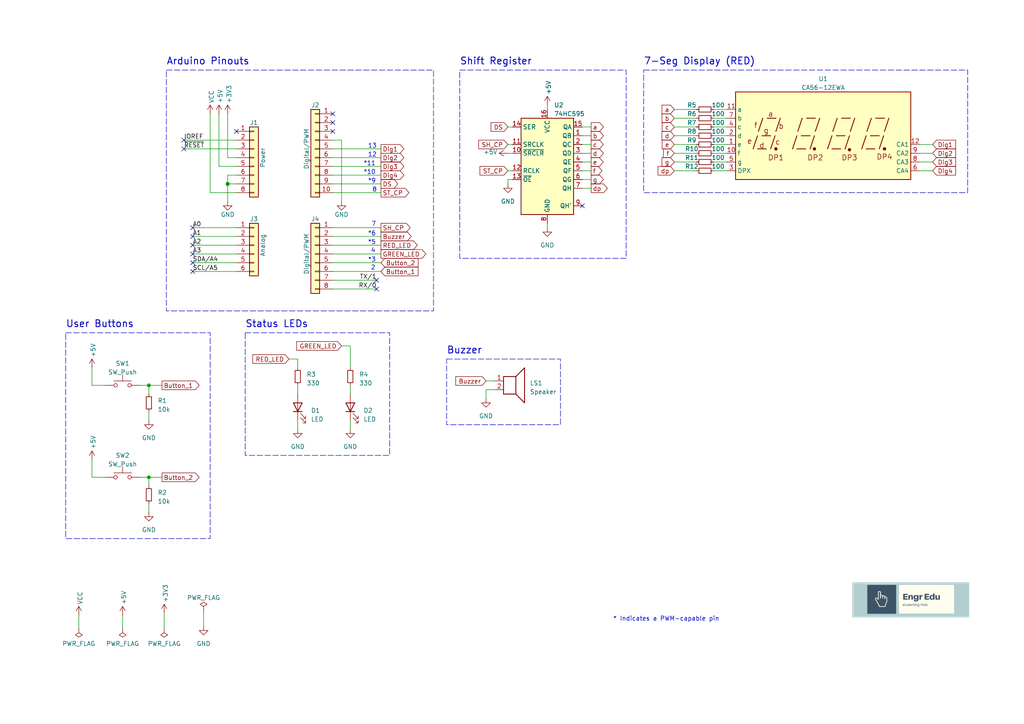
<source format=kicad_sch>
(kicad_sch (version 20230121) (generator eeschema)
  (paper "A4")
  (title_block (title "Arduino Uno Shield") (date "2023-03-22") (rev "1.0"))
  (lib_symbols
    (symbol "74xx:74HC595"
      (property "Reference" "U" (at -7.62 13.97 0))
      (property "Value" "74HC595" (at -7.62 -16.51 0))
      (symbol "74HC595_1_0"
        (pin tri_state line (at 10.16 7.62 180) (length 2.54) (name "QB") (number "1"))
        (pin input line (at -10.16 2.54 0) (length 2.54) (name "~{SRCLR}") (number "10"))
        (pin input line (at -10.16 5.08 0) (length 2.54) (name "SRCLK") (number "11"))
        (pin input line (at -10.16 -2.54 0) (length 2.54) (name "RCLK") (number "12"))
        (pin input line (at -10.16 -5.08 0) (length 2.54) (name "~{OE}") (number "13"))
        (pin input line (at -10.16 10.16 0) (length 2.54) (name "SER") (number "14"))
        (pin tri_state line (at 10.16 10.16 180) (length 2.54) (name "QA") (number "15"))
        (pin power_in line (at 0 15.24 270) (length 2.54) (name "VCC") (number "16"))
        (pin tri_state line (at 10.16 5.08 180) (length 2.54) (name "QC") (number "2"))
        (pin tri_state line (at 10.16 2.54 180) (length 2.54) (name "QD") (number "3"))
        (pin tri_state line (at 10.16 0 180) (length 2.54) (name "QE") (number "4"))
        (pin tri_state line (at 10.16 -2.54 180) (length 2.54) (name "QF") (number "5"))
        (pin tri_state line (at 10.16 -5.08 180) (length 2.54) (name "QG") (number "6"))
        (pin tri_state line (at 10.16 -7.62 180) (length 2.54) (name "QH") (number "7"))
        (pin power_in line (at 0 -17.78 90) (length 2.54) (name "GND") (number "8"))
        (pin output line (at 10.16 -12.7 180) (length 2.54) (name "QH'") (number "9"))
      )
      (symbol "74HC595_1_1"
        (rectangle (start -7.62 12.7) (end 7.62 -15.24) (stroke (width 0.254)) (fill (type background)))
      )
    )
    (symbol "Connector_Generic:Conn_01x06" (pin_names (offset 1.016) hide)
      (property "Reference" "J" (at 0 7.62 0))
      (property "Value" "Conn_01x06" (at 0 -10.16 0))
      (symbol "Conn_01x06_1_1"
        (rectangle (start -1.27 -7.493) (end 0 -7.747) (stroke (width 0.1524)))
        (rectangle (start -1.27 -4.953) (end 0 -5.207) (stroke (width 0.1524)))
        (rectangle (start -1.27 -2.413) (end 0 -2.667) (stroke (width 0.1524)))
        (rectangle (start -1.27 0.127) (end 0 -0.127) (stroke (width 0.1524)))
        (rectangle (start -1.27 2.667) (end 0 2.413) (stroke (width 0.1524)))
        (rectangle (start -1.27 5.207) (end 0 4.953) (stroke (width 0.1524)))
        (rectangle (start -1.27 6.35) (end 1.27 -8.89) (stroke (width 0.254)) (fill (type background)))
        (pin passive line (at -5.08 5.08 0) (length 3.81) (name "Pin_1") (number "1"))
        (pin passive line (at -5.08 2.54 0) (length 3.81) (name "Pin_2") (number "2"))
        (pin passive line (at -5.08 0 0) (length 3.81) (name "Pin_3") (number "3"))
        (pin passive line (at -5.08 -2.54 0) (length 3.81) (name "Pin_4") (number "4"))
        (pin passive line (at -5.08 -5.08 0) (length 3.81) (name "Pin_5") (number "5"))
        (pin passive line (at -5.08 -7.62 0) (length 3.81) (name "Pin_6") (number "6"))
      )
    )
    (symbol "Connector_Generic:Conn_01x08" (pin_names (offset 1.016) hide)
      (property "Reference" "J" (at 0 10.16 0))
      (property "Value" "Conn_01x08" (at 0 -12.7 0))
      (symbol "Conn_01x08_1_1"
        (rectangle (start -1.27 -10.033) (end 0 -10.287) (stroke (width 0.1524)))
        (rectangle (start -1.27 -7.493) (end 0 -7.747) (stroke (width 0.1524)))
        (rectangle (start -1.27 -4.953) (end 0 -5.207) (stroke (width 0.1524)))
        (rectangle (start -1.27 -2.413) (end 0 -2.667) (stroke (width 0.1524)))
        (rectangle (start -1.27 0.127) (end 0 -0.127) (stroke (width 0.1524)))
        (rectangle (start -1.27 2.667) (end 0 2.413) (stroke (width 0.1524)))
        (rectangle (start -1.27 5.207) (end 0 4.953) (stroke (width 0.1524)))
        (rectangle (start -1.27 7.747) (end 0 7.493) (stroke (width 0.1524)))
        (rectangle (start -1.27 8.89) (end 1.27 -11.43) (stroke (width 0.254)) (fill (type background)))
        (pin passive line (at -5.08 7.62 0) (length 3.81) (name "Pin_1") (number "1"))
        (pin passive line (at -5.08 5.08 0) (length 3.81) (name "Pin_2") (number "2"))
        (pin passive line (at -5.08 2.54 0) (length 3.81) (name "Pin_3") (number "3"))
        (pin passive line (at -5.08 0 0) (length 3.81) (name "Pin_4") (number "4"))
        (pin passive line (at -5.08 -2.54 0) (length 3.81) (name "Pin_5") (number "5"))
        (pin passive line (at -5.08 -5.08 0) (length 3.81) (name "Pin_6") (number "6"))
        (pin passive line (at -5.08 -7.62 0) (length 3.81) (name "Pin_7") (number "7"))
        (pin passive line (at -5.08 -10.16 0) (length 3.81) (name "Pin_8") (number "8"))
      )
    )
    (symbol "Connector_Generic:Conn_01x10" (pin_names (offset 1.016) hide)
      (property "Reference" "J" (at 0 12.7 0))
      (property "Value" "Conn_01x10" (at 0 -15.24 0))
      (symbol "Conn_01x10_1_1"
        (rectangle (start -1.27 -12.573) (end 0 -12.827) (stroke (width 0.1524)))
        (rectangle (start -1.27 -10.033) (end 0 -10.287) (stroke (width 0.1524)))
        (rectangle (start -1.27 -7.493) (end 0 -7.747) (stroke (width 0.1524)))
        (rectangle (start -1.27 -4.953) (end 0 -5.207) (stroke (width 0.1524)))
        (rectangle (start -1.27 -2.413) (end 0 -2.667) (stroke (width 0.1524)))
        (rectangle (start -1.27 0.127) (end 0 -0.127) (stroke (width 0.1524)))
        (rectangle (start -1.27 2.667) (end 0 2.413) (stroke (width 0.1524)))
        (rectangle (start -1.27 5.207) (end 0 4.953) (stroke (width 0.1524)))
        (rectangle (start -1.27 7.747) (end 0 7.493) (stroke (width 0.1524)))
        (rectangle (start -1.27 10.287) (end 0 10.033) (stroke (width 0.1524)))
        (rectangle (start -1.27 11.43) (end 1.27 -13.97) (stroke (width 0.254)) (fill (type background)))
        (pin passive line (at -5.08 10.16 0) (length 3.81) (name "Pin_1") (number "1"))
        (pin passive line (at -5.08 -12.7 0) (length 3.81) (name "Pin_10") (number "10"))
        (pin passive line (at -5.08 7.62 0) (length 3.81) (name "Pin_2") (number "2"))
        (pin passive line (at -5.08 5.08 0) (length 3.81) (name "Pin_3") (number "3"))
        (pin passive line (at -5.08 2.54 0) (length 3.81) (name "Pin_4") (number "4"))
        (pin passive line (at -5.08 0 0) (length 3.81) (name "Pin_5") (number "5"))
        (pin passive line (at -5.08 -2.54 0) (length 3.81) (name "Pin_6") (number "6"))
        (pin passive line (at -5.08 -5.08 0) (length 3.81) (name "Pin_7") (number "7"))
        (pin passive line (at -5.08 -7.62 0) (length 3.81) (name "Pin_8") (number "8"))
        (pin passive line (at -5.08 -10.16 0) (length 3.81) (name "Pin_9") (number "9"))
      )
    )
    (symbol "Device:LED" (pin_numbers hide) (pin_names (offset 1.016) hide)
      (property "Reference" "D" (at 0 2.54 0))
      (property "Value" "LED" (at 0 -2.54 0))
      (symbol "LED_0_1"
        (polyline (pts (xy -1.27 -1.27) (xy -1.27 1.27)) (stroke (width 0.254)))
        (polyline (pts (xy -1.27 0) (xy 1.27 0)))
        (polyline (pts (xy 1.27 -1.27) (xy 1.27 1.27) (xy -1.27 0) (xy 1.27 -1.27)) (stroke (width 0.254)))
        (polyline (pts (xy -3.048 -0.762) (xy -4.572 -2.286) (xy -3.81 -2.286) (xy -4.572 -2.286) (xy -4.572 -1.524)))
        (polyline (pts (xy -1.778 -0.762) (xy -3.302 -2.286) (xy -2.54 -2.286) (xy -3.302 -2.286) (xy -3.302 -1.524)))
      )
      (symbol "LED_1_1"
        (pin passive line (at -3.81 0 0) (length 2.54) (name "K") (number "1"))
        (pin passive line (at 3.81 0 180) (length 2.54) (name "A") (number "2"))
      )
    )
    (symbol "Device:R_Small" (pin_numbers hide) (pin_names (offset 0.254) hide)
      (property "Reference" "R" (at 0.762 0.508 0))
      (property "Value" "R_Small" (at 0.762 -1.016 0))
      (symbol "R_Small_0_1"
        (rectangle (start -0.762 1.778) (end 0.762 -1.778) (stroke (width 0.2032)))
      )
      (symbol "R_Small_1_1"
        (pin passive line (at 0 2.54 270) (length 0.762) (name "~") (number "1"))
        (pin passive line (at 0 -2.54 90) (length 0.762) (name "~") (number "2"))
      )
    )
    (symbol "Device:Speaker" (pin_names (offset 0) hide)
      (property "Reference" "LS" (at 1.27 5.715 0))
      (property "Value" "Speaker" (at 1.27 3.81 0))
      (symbol "Speaker_0_0"
        (rectangle (start -2.54 1.27) (end 1.016 -3.81) (stroke (width 0.254)))
        (polyline (pts (xy 1.016 1.27) (xy 3.556 3.81) (xy 3.556 -6.35) (xy 1.016 -3.81)) (stroke (width 0.254)))
      )
      (symbol "Speaker_1_1"
        (pin input line (at -5.08 0 0) (length 2.54) (name "1") (number "1"))
        (pin input line (at -5.08 -2.54 0) (length 2.54) (name "2") (number "2"))
      )
    )
    (symbol "Display_Character:CA56-12EWA"
      (property "Reference" "U" (at -24.13 13.97 0))
      (property "Value" "CA56-12EWA" (at 19.05 13.97 0))
      (symbol "CA56-12EWA_0_0"
        (rectangle (start -25.4 12.7) (end 25.4 -12.7) (stroke (width 0.254)) (fill (type background)))
        (polyline (pts (xy -20.32 -3.81) (xy -19.05 0)) (stroke (width 0.254)))
        (polyline (pts (xy -19.05 -3.81) (xy -16.51 -3.81)) (stroke (width 0.254)))
        (polyline (pts (xy -18.796 1.27) (xy -17.526 5.08)) (stroke (width 0.254)))
        (polyline (pts (xy -17.78 0) (xy -15.24 0)) (stroke (width 0.254)))
        (polyline (pts (xy -16.256 5.08) (xy -13.716 5.08)) (stroke (width 0.254)))
        (polyline (pts (xy -15.24 -3.81) (xy -13.97 0)) (stroke (width 0.254)))
        (polyline (pts (xy -13.716 1.27) (xy -12.446 5.08)) (stroke (width 0.254)))
        (polyline (pts (xy -8.89 -3.81) (xy -7.62 0)) (stroke (width 0.254)))
        (polyline (pts (xy -7.62 -3.81) (xy -5.08 -3.81)) (stroke (width 0.254)))
        (polyline (pts (xy -7.366 1.27) (xy -6.096 5.08)) (stroke (width 0.254)))
        (polyline (pts (xy -6.35 0) (xy -3.81 0)) (stroke (width 0.254)))
        (polyline (pts (xy -4.826 5.08) (xy -2.286 5.08)) (stroke (width 0.254)))
        (polyline (pts (xy -3.81 -3.81) (xy -2.54 0)) (stroke (width 0.254)))
        (polyline (pts (xy -2.286 1.27) (xy -1.016 5.08)) (stroke (width 0.254)))
        (polyline (pts (xy 1.27 -3.81) (xy 2.54 0)) (stroke (width 0.254)))
        (polyline (pts (xy 2.54 -3.81) (xy 5.08 -3.81)) (stroke (width 0.254)))
        (polyline (pts (xy 2.794 1.27) (xy 4.064 5.08)) (stroke (width 0.254)))
        (polyline (pts (xy 3.81 0) (xy 6.35 0)) (stroke (width 0.254)))
        (polyline (pts (xy 5.334 5.08) (xy 7.874 5.08)) (stroke (width 0.254)))
        (polyline (pts (xy 6.35 -3.81) (xy 7.62 0)) (stroke (width 0.254)))
        (polyline (pts (xy 7.874 1.27) (xy 9.144 5.08)) (stroke (width 0.254)))
        (polyline (pts (xy 11.176 -3.81) (xy 12.446 0)) (stroke (width 0.254)))
        (polyline (pts (xy 12.446 -3.81) (xy 14.986 -3.81)) (stroke (width 0.254)))
        (polyline (pts (xy 12.7 1.27) (xy 13.97 5.08)) (stroke (width 0.254)))
        (polyline (pts (xy 13.716 0) (xy 16.256 0)) (stroke (width 0.254)))
        (polyline (pts (xy 15.24 5.08) (xy 17.78 5.08)) (stroke (width 0.254)))
        (polyline (pts (xy 16.256 -3.81) (xy 17.526 0)) (stroke (width 0.254)))
        (polyline (pts (xy 17.78 1.27) (xy 19.05 5.08)) (stroke (width 0.254)))
        (text "a" (at -15.24 6.35 0) (effects (font (size 1.524 1.524))))
        (text "b" (at -12.192 2.794 0) (effects (font (size 1.524 1.524))))
        (text "c" (at -13.208 -1.778 0) (effects (font (size 1.524 1.524))))
        (text "d" (at -17.78 -2.794 0) (effects (font (size 1.524 1.524))))
        (text "DP1" (at -13.716 -6.35 0) (effects (font (size 1.524 1.524))))
        (text "DP2" (at -2.286 -6.35 0) (effects (font (size 1.524 1.524))))
        (text "DP3" (at 7.62 -6.35 0) (effects (font (size 1.524 1.524))))
        (text "DP4" (at 17.78 -6.096 0) (effects (font (size 1.524 1.524))))
        (text "e" (at -21.336 -1.524 0) (effects (font (size 1.524 1.524))))
        (text "f" (at -19.558 3.048 0) (effects (font (size 1.524 1.524))))
        (text "g" (at -16.51 1.524 0) (effects (font (size 1.524 1.524))))
      )
      (symbol "CA56-12EWA_0_1"
        (circle (center -13.716 -3.81) (radius 0.3556) (stroke (width 0.254)) (fill (type outline)))
        (circle (center -2.54 -3.81) (radius 0.3556) (stroke (width 0.254)) (fill (type outline)))
      )
      (symbol "CA56-12EWA_1_0"
        (circle (center 7.62 -4.064) (radius 0.3556) (stroke (width 0.254)) (fill (type outline)))
        (circle (center 17.78 -3.81) (radius 0.3556) (stroke (width 0.254)) (fill (type outline)))
      )
      (symbol "CA56-12EWA_1_1"
        (pin input line (at -27.94 -2.54 0) (length 2.54) (name "e") (number "1"))
        (pin input line (at -27.94 -5.08 0) (length 2.54) (name "f") (number "10"))
        (pin input line (at -27.94 7.62 0) (length 2.54) (name "a") (number "11"))
        (pin input line (at 27.94 -2.54 180) (length 2.54) (name "CA1") (number "12"))
        (pin input line (at -27.94 0 0) (length 2.54) (name "d") (number "2"))
        (pin input line (at -27.94 -10.16 0) (length 2.54) (name "DPX") (number "3"))
        (pin input line (at -27.94 2.54 0) (length 2.54) (name "c") (number "4"))
        (pin input line (at -27.94 -7.62 0) (length 2.54) (name "g") (number "5"))
        (pin input line (at 27.94 -10.16 180) (length 2.54) (name "CA4") (number "6"))
        (pin input line (at -27.94 5.08 0) (length 2.54) (name "b") (number "7"))
        (pin input line (at 27.94 -7.62 180) (length 2.54) (name "CA3") (number "8"))
        (pin input line (at 27.94 -5.08 180) (length 2.54) (name "CA2") (number "9"))
      )
    )
    (symbol "GND_1" (power) (pin_names (offset 0))
      (property "Value" "GND_1" (at 0 -3.81 0))
      (symbol "GND_1_0_1"
        (polyline (pts (xy 0 0) (xy 0 -1.27) (xy 1.27 -1.27) (xy 0 -2.54) (xy -1.27 -1.27) (xy 0 -1.27)))
      )
      (symbol "GND_1_1_1"
        (pin power_in line (at 0 0 270) (length 0) hide (name "GND") (number "1"))
      )
    )
    (symbol "GND_2" (power) (pin_names (offset 0))
      (property "Value" "GND_2" (at 0 -3.81 0))
      (symbol "GND_2_0_1"
        (polyline (pts (xy 0 0) (xy 0 -1.27) (xy 1.27 -1.27) (xy 0 -2.54) (xy -1.27 -1.27) (xy 0 -1.27)))
      )
      (symbol "GND_2_1_1"
        (pin power_in line (at 0 0 270) (length 0) hide (name "GND") (number "1"))
      )
    )
    (symbol "GND_3" (power) (pin_names (offset 0))
      (property "Value" "GND_3" (at 0 -3.81 0))
      (symbol "GND_3_0_1"
        (polyline (pts (xy 0 0) (xy 0 -1.27) (xy 1.27 -1.27) (xy 0 -2.54) (xy -1.27 -1.27) (xy 0 -1.27)))
      )
      (symbol "GND_3_1_1"
        (pin power_in line (at 0 0 270) (length 0) hide (name "GND") (number "1"))
      )
    )
    (symbol "Switch:SW_Push" (pin_numbers hide) (pin_names (offset 1.016) hide)
      (property "Reference" "SW" (at 1.27 2.54 0))
      (property "Value" "SW_Push" (at 0 -1.524 0))
      (symbol "SW_Push_0_1"
        (circle (center -2.032 0) (radius 0.508))
        (polyline (pts (xy 0 1.27) (xy 0 3.048)))
        (polyline (pts (xy 2.54 1.27) (xy -2.54 1.27)))
        (circle (center 2.032 0) (radius 0.508))
        (pin passive line (at -5.08 0 0) (length 2.54) (name "1") (number "1"))
        (pin passive line (at 5.08 0 180) (length 2.54) (name "2") (number "2"))
      )
    )
    (symbol "power:+3V3" (power) (pin_names (offset 0))
      (property "Value" "+3V3" (at 0 3.556 0))
      (symbol "+3V3_0_1"
        (polyline (pts (xy -0.762 1.27) (xy 0 2.54)))
        (polyline (pts (xy 0 0) (xy 0 2.54)))
        (polyline (pts (xy 0 2.54) (xy 0.762 1.27)))
      )
      (symbol "+3V3_1_1"
        (pin power_in line (at 0 0 90) (length 0) hide (name "+3V3") (number "1"))
      )
    )
    (symbol "power:+5V" (power) (pin_names (offset 0))
      (property "Value" "+5V" (at 0 3.556 0))
      (symbol "+5V_0_1"
        (polyline (pts (xy -0.762 1.27) (xy 0 2.54)))
        (polyline (pts (xy 0 0) (xy 0 2.54)))
        (polyline (pts (xy 0 2.54) (xy 0.762 1.27)))
      )
      (symbol "+5V_1_1"
        (pin power_in line (at 0 0 90) (length 0) hide (name "+5V") (number "1"))
      )
    )
    (symbol "power:GND" (power) (pin_names (offset 0))
      (property "Value" "GND" (at 0 -3.81 0))
      (symbol "GND_0_1"
        (polyline (pts (xy 0 0) (xy 0 -1.27) (xy 1.27 -1.27) (xy 0 -2.54) (xy -1.27 -1.27) (xy 0 -1.27)))
      )
      (symbol "GND_1_1"
        (pin power_in line (at 0 0 270) (length 0) hide (name "GND") (number "1"))
      )
    )
    (symbol "power:PWR_FLAG" (power) (pin_numbers hide) (pin_names (offset 0) hide)
      (property "Value" "PWR_FLAG" (at 0 3.81 0))
      (symbol "PWR_FLAG_0_0"
        (pin power_out line (at 0 0 90) (length 0) (name "pwr") (number "1"))
      )
      (symbol "PWR_FLAG_0_1"
        (polyline (pts (xy 0 0) (xy 0 1.27) (xy -1.016 1.905) (xy 0 2.54) (xy 1.016 1.905) (xy 0 1.27)))
      )
    )
    (symbol "power:VCC" (power) (pin_names (offset 0))
      (property "Value" "VCC" (at 0 3.81 0))
      (symbol "VCC_0_1"
        (polyline (pts (xy -0.762 1.27) (xy 0 2.54)))
        (polyline (pts (xy 0 0) (xy 0 2.54)))
        (polyline (pts (xy 0 2.54) (xy 0.762 1.27)))
      )
      (symbol "VCC_1_1"
        (pin power_in line (at 0 0 90) (length 0) hide (name "VCC") (number "1"))
      )
    )
  )
  (junction (at 66.04 53.34) (diameter 1.016))
  (junction (at 43.18 138.43))
  (junction (at 43.18 111.76))
  (no_connect (at 96.52 33.02))
  (no_connect (at 55.88 71.12))
  (no_connect (at 55.88 76.2))
  (no_connect (at 55.88 78.74))
  (no_connect (at 55.88 68.58))
  (no_connect (at 109.22 81.28))
  (no_connect (at 168.91 59.69))
  (no_connect (at 68.58 38.1))
  (no_connect (at 55.88 73.66))
  (no_connect (at 109.22 83.82))
  (no_connect (at 53.34 43.18))
  (no_connect (at 53.34 40.64))
  (no_connect (at 55.88 66.04))
  (no_connect (at 96.52 35.56))
  (no_connect (at 96.52 38.1))
  (wire (pts (xy 96.52 83.82) (xy 109.22 83.82)))
  (wire (pts (xy 158.75 64.77) (xy 158.75 66.04)))
  (wire (pts (xy 96.52 50.8) (xy 110.49 50.8)))
  (wire (pts (xy 43.18 138.43) (xy 43.18 140.97)))
  (wire (pts (xy 207.01 36.83) (xy 210.82 36.83)))
  (wire (pts (xy 59.055 177.165) (xy 59.055 181.61)))
  (wire (pts (xy 66.04 50.8) (xy 66.04 53.34)))
  (wire (pts (xy 47.625 177.8) (xy 47.625 182.245)))
  (wire (pts (xy 140.97 113.03) (xy 140.97 115.57)))
  (wire (pts (xy 168.91 36.83) (xy 171.45 36.83)))
  (wire (pts (xy 43.18 138.43) (xy 46.99 138.43)))
  (wire (pts (xy 30.48 111.76) (xy 26.67 111.76)))
  (wire (pts (xy 43.18 111.76) (xy 43.18 114.3)))
  (wire (pts (xy 66.04 53.34) (xy 66.04 58.42)))
  (wire (pts (xy 86.36 111.76) (xy 86.36 114.3)))
  (wire (pts (xy 66.04 45.72) (xy 68.58 45.72)))
  (wire (pts (xy 63.5 48.26) (xy 68.58 48.26)))
  (wire (pts (xy 147.32 41.91) (xy 148.59 41.91)))
  (wire (pts (xy 63.5 33.02) (xy 63.5 48.26)))
  (wire (pts (xy 55.88 78.74) (xy 68.58 78.74)))
  (wire (pts (xy 96.52 43.18) (xy 110.49 43.18)))
  (wire (pts (xy 66.04 33.02) (xy 66.04 45.72)))
  (wire (pts (xy 96.52 66.04) (xy 110.49 66.04)))
  (wire (pts (xy 195.58 36.83) (xy 201.93 36.83)))
  (wire (pts (xy 140.97 110.49) (xy 143.51 110.49)))
  (wire (pts (xy 68.58 66.04) (xy 55.88 66.04)))
  (wire (pts (xy 266.7 44.45) (xy 270.51 44.45)))
  (wire (pts (xy 96.52 45.72) (xy 110.49 45.72)))
  (wire (pts (xy 101.6 100.33) (xy 101.6 106.68)))
  (wire (pts (xy 96.52 68.58) (xy 110.49 68.58)))
  (wire (pts (xy 195.58 34.29) (xy 201.93 34.29)))
  (wire (pts (xy 148.59 52.07) (xy 147.32 52.07)))
  (wire (pts (xy 101.6 111.76) (xy 101.6 114.3)))
  (wire (pts (xy 195.58 41.91) (xy 201.93 41.91)))
  (wire (pts (xy 158.75 30.48) (xy 158.75 31.75)))
  (wire (pts (xy 96.52 53.34) (xy 110.49 53.34)))
  (wire (pts (xy 99.06 100.33) (xy 101.6 100.33)))
  (wire (pts (xy 96.52 73.66) (xy 110.49 73.66)))
  (wire (pts (xy 195.58 44.45) (xy 201.93 44.45)))
  (wire (pts (xy 53.34 40.64) (xy 68.58 40.64)))
  (wire (pts (xy 147.32 36.83) (xy 148.59 36.83)))
  (wire (pts (xy 207.01 31.75) (xy 210.82 31.75)))
  (wire (pts (xy 43.18 111.76) (xy 46.99 111.76)))
  (wire (pts (xy 101.6 121.92) (xy 101.6 124.46)))
  (wire (pts (xy 168.91 49.53) (xy 171.45 49.53)))
  (wire (pts (xy 266.7 46.99) (xy 270.51 46.99)))
  (wire (pts (xy 99.06 40.64) (xy 99.06 58.42)))
  (wire (pts (xy 147.32 44.45) (xy 148.59 44.45)))
  (wire (pts (xy 207.01 39.37) (xy 210.82 39.37)))
  (wire (pts (xy 40.64 111.76) (xy 43.18 111.76)))
  (wire (pts (xy 68.58 71.12) (xy 55.88 71.12)))
  (wire (pts (xy 53.34 43.18) (xy 68.58 43.18)))
  (wire (pts (xy 35.56 178.435) (xy 35.56 182.245)))
  (wire (pts (xy 68.58 53.34) (xy 66.04 53.34)))
  (wire (pts (xy 195.58 49.53) (xy 201.93 49.53)))
  (wire (pts (xy 143.51 113.03) (xy 140.97 113.03)))
  (wire (pts (xy 68.58 55.88) (xy 60.96 55.88)))
  (wire (pts (xy 55.88 68.58) (xy 68.58 68.58)))
  (wire (pts (xy 147.32 52.07) (xy 147.32 53.34)))
  (wire (pts (xy 207.01 46.99) (xy 210.82 46.99)))
  (wire (pts (xy 168.91 41.91) (xy 171.45 41.91)))
  (wire (pts (xy 207.01 34.29) (xy 210.82 34.29)))
  (wire (pts (xy 195.58 39.37) (xy 201.93 39.37)))
  (wire (pts (xy 207.01 44.45) (xy 210.82 44.45)))
  (wire (pts (xy 96.52 40.64) (xy 99.06 40.64)))
  (wire (pts (xy 68.58 50.8) (xy 66.04 50.8)))
  (wire (pts (xy 43.18 119.38) (xy 43.18 121.92)))
  (wire (pts (xy 168.91 44.45) (xy 171.45 44.45)))
  (wire (pts (xy 96.52 48.26) (xy 110.49 48.26)))
  (wire (pts (xy 266.7 49.53) (xy 270.51 49.53)))
  (wire (pts (xy 168.91 46.99) (xy 171.45 46.99)))
  (wire (pts (xy 26.67 111.76) (xy 26.67 106.68)))
  (wire (pts (xy 168.91 39.37) (xy 171.45 39.37)))
  (wire (pts (xy 22.86 178.435) (xy 22.86 182.245)))
  (wire (pts (xy 96.52 71.12) (xy 110.49 71.12)))
  (wire (pts (xy 43.18 146.05) (xy 43.18 148.59)))
  (wire (pts (xy 55.88 73.66) (xy 68.58 73.66)))
  (wire (pts (xy 195.58 31.75) (xy 201.93 31.75)))
  (wire (pts (xy 195.58 46.99) (xy 201.93 46.99)))
  (wire (pts (xy 86.36 104.14) (xy 86.36 106.68)))
  (wire (pts (xy 86.36 121.92) (xy 86.36 124.46)))
  (wire (pts (xy 26.67 138.43) (xy 26.67 133.35)))
  (wire (pts (xy 96.52 78.74) (xy 110.49 78.74)))
  (wire (pts (xy 207.01 41.91) (xy 210.82 41.91)))
  (wire (pts (xy 96.52 76.2) (xy 110.49 76.2)))
  (wire (pts (xy 168.91 54.61) (xy 171.45 54.61)))
  (wire (pts (xy 266.7 41.91) (xy 270.51 41.91)))
  (wire (pts (xy 30.48 138.43) (xy 26.67 138.43)))
  (wire (pts (xy 147.32 49.53) (xy 148.59 49.53)))
  (wire (pts (xy 40.64 138.43) (xy 43.18 138.43)))
  (wire (pts (xy 96.52 81.28) (xy 109.22 81.28)))
  (wire (pts (xy 60.96 55.88) (xy 60.96 33.02)))
  (wire (pts (xy 83.82 104.14) (xy 86.36 104.14)))
  (wire (pts (xy 68.58 76.2) (xy 55.88 76.2)))
  (wire (pts (xy 168.91 52.07) (xy 171.45 52.07)))
  (wire (pts (xy 96.52 55.88) (xy 110.49 55.88)))
  (wire (pts (xy 207.01 49.53) (xy 210.82 49.53)))
  (rectangle (start 71.12 96.52) (end 113.03 132.08) (stroke (width 0) (type dash)))
  (rectangle (start 129.54 104.14) (end 162.56 123.19) (stroke (width 0) (type dash)))
  (rectangle (start 48.26 20.32) (end 125.73 90.17) (stroke (width 0) (type dash)))
  (rectangle (start 19.05 96.52) (end 60.96 156.21) (stroke (width 0) (type dash)))
  (rectangle (start 133.35 20.32) (end 181.61 74.93) (stroke (width 0) (type dash)))
  (rectangle (start 186.69 20.32) (end 280.67 55.88) (stroke (width 0) (type dash)))
  (image (at 264.16 173.99) (scale 0.800628))
  (text "Shift Register" (at 133.35 19.05 0) (effects (font (size 2 2) (thickness 0.254) bold) (justify left bottom)))
  (text "*10\n" (at 105.41 50.8 0) (effects (font (size 1.27 1.27)) (justify left bottom)))
  (text "*5\n" (at 106.68 71.12 0) (effects (font (size 1.27 1.27)) (justify left bottom)))
  (text "2" (at 107.5197 78.5097 0) (effects (font (size 1.27 1.27)) (justify left bottom)))
  (text "8\n" (at 107.95 55.88 0) (effects (font (size 1.27 1.27)) (justify left bottom)))
  (text "*6" (at 106.68 68.58 0) (effects (font (size 1.27 1.27)) (justify left bottom)))
  (text "12\n" (at 106.68 45.72 0) (effects (font (size 1.27 1.27)) (justify left bottom)))
  (text "*3" (at 106.68 76.2 0) (effects (font (size 1.27 1.27)) (justify left bottom)))
  (text "13\n" (at 106.68 43.18 0) (effects (font (size 1.27 1.27)) (justify left bottom)))
  (text "7" (at 107.7116 65.8176 0) (effects (font (size 1.27 1.27)) (justify left bottom)))
  (text "Status LEDs" (at 71.12 95.25 0) (effects (font (size 2 2) (thickness 0.254) bold) (justify left bottom)))
  (text "Arduino Pinouts" (at 48.26 19.05 0) (effects (font (size 2 2) (thickness 0.254) bold) (justify left bottom)))
  (text "User Buttons" (at 19.05 95.25 0) (effects (font (size 2 2) (thickness 0.254) bold) (justify left bottom)))
  (text "Buzzer" (at 129.54 102.87 0) (effects (font (size 2 2) (thickness 0.254) bold) (justify left bottom)))
  (text "* Indicates a PWM-capable pin" (at 177.8 180.34 0) (effects (font (size 1.27 1.27)) (justify left bottom)))
  (text "7-Seg Display (RED)" (at 186.69 19.05 0) (effects (font (size 2 2) (thickness 0.254) bold) (justify left bottom)))
  (text "4" (at 107.5437 73.5192 0) (effects (font (size 1.27 1.27)) (justify left bottom)))
  (text "*11" (at 105.41 48.26 0) (effects (font (size 1.27 1.27)) (justify left bottom)))
  (text "*9\n" (at 106.68 53.34 0) (effects (font (size 1.27 1.27)) (justify left bottom)))
  (label "RX{slash}0" (at 109.22 83.82 180))
  (label "A2" (at 55.88 71.12 0))
  (label "A3" (at 55.88 73.66 0))
  (label "~{RESET}" (at 53.34 43.18 0))
  (label "A1" (at 55.88 68.58 0))
  (label "TX{slash}1" (at 109.22 81.28 180))
  (label "A0" (at 55.88 66.04 0))
  (label "IOREF" (at 53.34 40.64 0))
  (label "SDA{slash}A4" (at 55.88 76.2 0))
  (label "SCL{slash}A5" (at 55.88 78.74 0))
  (global_label "e" (shape output) (at 171.45 46.99 0) (property "Intersheetrefs" "${INTERSHEET_REFS}" (effects hide)))
  (global_label "Button_1" (shape output) (at 46.99 111.76 0) (property "Intersheetrefs" "${INTERSHEET_REFS}" (effects hide)))
  (global_label "Button_1" (shape input) (at 110.49 78.74 0) (property "Intersheetrefs" "${INTERSHEET_REFS}" (effects hide)))
  (global_label "g" (shape output) (at 171.45 52.07 0) (property "Intersheetrefs" "${INTERSHEET_REFS}" (effects hide)))
  (global_label "dp" (shape output) (at 171.45 54.61 0) (property "Intersheetrefs" "${INTERSHEET_REFS}" (effects hide)))
  (global_label "ST_CP" (shape output) (at 110.49 55.88 0) (property "Intersheetrefs" "${INTERSHEET_REFS}" (effects hide)))
  (global_label "b" (shape input) (at 195.58 34.29 180) (property "Intersheetrefs" "${INTERSHEET_REFS}" (effects hide)))
  (global_label "f" (shape output) (at 171.45 49.53 0) (property "Intersheetrefs" "${INTERSHEET_REFS}" (effects hide)))
  (global_label "ST_CP" (shape input) (at 147.32 49.53 180) (property "Intersheetrefs" "${INTERSHEET_REFS}" (effects hide)))
  (global_label "d" (shape input) (at 195.58 39.37 180) (property "Intersheetrefs" "${INTERSHEET_REFS}" (effects hide)))
  (global_label "a" (shape input) (at 195.58 31.75 180) (property "Intersheetrefs" "${INTERSHEET_REFS}" (effects hide)))
  (global_label "c" (shape output) (at 171.45 41.91 0) (property "Intersheetrefs" "${INTERSHEET_REFS}" (effects hide)))
  (global_label "Dig1" (shape output) (at 110.49 43.18 0) (property "Intersheetrefs" "${INTERSHEET_REFS}" (effects hide)))
  (global_label "Buzzer" (shape output) (at 110.49 68.58 0) (property "Intersheetrefs" "${INTERSHEET_REFS}" (effects hide)))
  (global_label "g" (shape input) (at 195.58 46.99 180) (property "Intersheetrefs" "${INTERSHEET_REFS}" (effects hide)))
  (global_label "Button_2" (shape input) (at 110.49 76.2 0) (property "Intersheetrefs" "${INTERSHEET_REFS}" (effects hide)))
  (global_label "Dig1" (shape input) (at 270.51 41.91 0) (property "Intersheetrefs" "${INTERSHEET_REFS}" (effects hide)))
  (global_label "Dig4" (shape output) (at 110.49 50.8 0) (property "Intersheetrefs" "${INTERSHEET_REFS}" (effects hide)))
  (global_label "GREEN_LED" (shape input) (at 99.06 100.33 180) (property "Intersheetrefs" "${INTERSHEET_REFS}" (effects hide)))
  (global_label "a" (shape output) (at 171.45 36.83 0) (property "Intersheetrefs" "${INTERSHEET_REFS}" (effects hide)))
  (global_label "SH_CP" (shape output) (at 110.49 66.04 0) (property "Intersheetrefs" "${INTERSHEET_REFS}" (effects hide)))
  (global_label "Dig2" (shape input) (at 270.51 44.45 0) (property "Intersheetrefs" "${INTERSHEET_REFS}" (effects hide)))
  (global_label "Dig3" (shape output) (at 110.49 48.26 0) (property "Intersheetrefs" "${INTERSHEET_REFS}" (effects hide)))
  (global_label "DS" (shape input) (at 147.32 36.83 180) (property "Intersheetrefs" "${INTERSHEET_REFS}" (effects hide)))
  (global_label "SH_CP" (shape input) (at 147.32 41.91 180) (property "Intersheetrefs" "${INTERSHEET_REFS}" (effects hide)))
  (global_label "Button_2" (shape output) (at 46.99 138.43 0) (property "Intersheetrefs" "${INTERSHEET_REFS}" (effects hide)))
  (global_label "Dig4" (shape input) (at 270.51 49.53 0) (property "Intersheetrefs" "${INTERSHEET_REFS}" (effects hide)))
  (global_label "c" (shape input) (at 195.58 36.83 180) (property "Intersheetrefs" "${INTERSHEET_REFS}" (effects hide)))
  (global_label "Dig2" (shape output) (at 110.49 45.72 0) (property "Intersheetrefs" "${INTERSHEET_REFS}" (effects hide)))
  (global_label "dp" (shape input) (at 195.58 49.53 180) (property "Intersheetrefs" "${INTERSHEET_REFS}" (effects hide)))
  (global_label "Dig3" (shape input) (at 270.51 46.99 0) (property "Intersheetrefs" "${INTERSHEET_REFS}" (effects hide)))
  (global_label "Buzzer" (shape input) (at 140.97 110.49 180) (property "Intersheetrefs" "${INTERSHEET_REFS}" (effects hide)))
  (global_label "RED_LED" (shape output) (at 110.49 71.12 0) (property "Intersheetrefs" "${INTERSHEET_REFS}" (effects hide)))
  (global_label "d" (shape output) (at 171.45 44.45 0) (property "Intersheetrefs" "${INTERSHEET_REFS}" (effects hide)))
  (global_label "e" (shape input) (at 195.58 41.91 180) (property "Intersheetrefs" "${INTERSHEET_REFS}" (effects hide)))
  (global_label "DS" (shape output) (at 110.49 53.34 0) (property "Intersheetrefs" "${INTERSHEET_REFS}" (effects hide)))
  (global_label "GREEN_LED" (shape output) (at 110.49 73.66 0) (property "Intersheetrefs" "${INTERSHEET_REFS}" (effects hide)))
  (global_label "f" (shape input) (at 195.58 44.45 180) (property "Intersheetrefs" "${INTERSHEET_REFS}" (effects hide)))
  (global_label "b" (shape output) (at 171.45 39.37 0) (property "Intersheetrefs" "${INTERSHEET_REFS}" (effects hide)))
  (global_label "RED_LED" (shape input) (at 83.82 104.14 180) (property "Intersheetrefs" "${INTERSHEET_REFS}" (effects hide)))
  (symbol (lib_id "Connector_Generic:Conn_01x08") (at 73.66 45.72 0) (unit 1)
    (property "Reference" "J1" (at 73.66 35.56 0))
    (property "Value" "Power" (at 76.2 45.72 90))
    (property "Footprint" "Connector_PinSocket_2.54mm:PinSocket_1x08_P2.54mm_Vertical" (effects hide))
  )
  (symbol (lib_id "power:+3V3") (at 66.04 33.02 0) (unit 1)
    (property "Reference" "#PWR03" (effects hide))
    (property "Value" "+3.3V" (at 66.421 29.972 90) (effects (justify left)))
  )
  (symbol (lib_id "power:+5V") (at 63.5 33.02 0) (unit 1)
    (property "Reference" "#PWR02" (effects hide))
    (property "Value" "+5V" (at 63.8556 29.972 90) (effects (justify left)))
  )
  (symbol (lib_id "power:GND") (at 66.04 58.42 0) (unit 1)
    (property "Reference" "#PWR04" (effects hide))
    (property "Value" "GND" (at 66.04 62.23 0))
  )
  (symbol (lib_id "Connector_Generic:Conn_01x10") (at 91.44 43.18 0) (mirror y) (unit 1)
    (property "Reference" "J2" (at 91.44 30.48 0))
    (property "Value" "Digital/PWM" (at 88.9 43.18 90))
    (property "Footprint" "Connector_PinSocket_2.54mm:PinSocket_1x10_P2.54mm_Vertical" (effects hide))
  )
  (symbol (lib_id "power:GND") (at 99.06 58.42 0) (unit 1)
    (property "Reference" "#PWR05" (effects hide))
    (property "Value" "GND" (at 99.06 62.23 0))
  )
  (symbol (lib_id "Connector_Generic:Conn_01x06") (at 73.66 71.12 0) (unit 1)
    (property "Reference" "J3" (at 73.66 63.5 0))
    (property "Value" "Analog" (at 76.2 71.12 90))
    (property "Footprint" "Connector_PinSocket_2.54mm:PinSocket_1x06_P2.54mm_Vertical" (effects hide))
  )
  (symbol (lib_id "Connector_Generic:Conn_01x08") (at 91.44 73.66 0) (mirror y) (unit 1)
    (property "Reference" "J4" (at 91.44 63.5 0))
    (property "Value" "Digital/PWM" (at 88.9 73.66 90))
    (property "Footprint" "Connector_PinSocket_2.54mm:PinSocket_1x08_P2.54mm_Vertical" (effects hide))
  )
  (symbol (lib_id "power:+5V") (at 26.67 133.35 0) (unit 1)
    (property "Reference" "#PWR014" (effects hide))
    (property "Value" "+5V" (at 27.0256 130.302 90) (effects (justify left)))
  )
  (symbol (lib_id "74xx:74HC595") (at 158.75 46.99 0) (unit 1)
    (property "Reference" "U2" (at 160.7059 30.48 0) (effects (justify left)))
    (property "Value" "74HC595" (at 160.7059 33.02 0) (effects (justify left)))
    (property "Footprint" "Package_DIP:DIP-16_W7.62mm_Socket_LongPads" (effects hide))
    (property "Datasheet" "http://www.ti.com/lit/ds/symlink/sn74hc595.pdf" (effects hide))
  )
  (symbol (lib_id "Device:LED") (at 86.36 118.11 90) (unit 1)
    (property "Reference" "D1" (at 90.17 119.0625 90) (effects (justify right)))
    (property "Value" "LED" (at 90.17 121.6025 90) (effects (justify right)))
    (property "Footprint" "LED_THT:LED_D5.0mm" (effects hide))
  )
  (symbol (lib_name "GND_1") (lib_id "power:GND") (at 59.055 181.61 0) (unit 1)
    (property "Reference" "#PWR019" (effects hide))
    (property "Value" "GND" (at 59.055 186.69 0))
  )
  (symbol (lib_id "Device:R_Small") (at 204.47 39.37 90) (unit 1)
    (property "Reference" "R8" (at 200.66 38.1 90))
    (property "Value" "100" (at 208.28 38.1 90))
    (property "Footprint" "Resistor_THT:R_Axial_DIN0207_L6.3mm_D2.5mm_P10.16mm_Horizontal" (effects hide))
  )
  (symbol (lib_id "power:+5V") (at 158.75 30.48 0) (unit 1)
    (property "Reference" "#PWR07" (effects hide))
    (property "Value" "+5V" (at 159.1056 27.432 90) (effects (justify left)))
  )
  (symbol (lib_id "power:VCC") (at 22.86 178.435 0) (unit 1)
    (property "Reference" "#PWR011" (effects hide))
    (property "Value" "VCC" (at 23.241 175.387 90) (effects (justify left)))
  )
  (symbol (lib_id "Device:R_Small") (at 43.18 116.84 0) (unit 1)
    (property "Reference" "R1" (at 45.72 116.205 0) (effects (justify left)))
    (property "Value" "10k" (at 45.72 118.745 0) (effects (justify left)))
    (property "Footprint" "Resistor_THT:R_Axial_DIN0207_L6.3mm_D2.5mm_P10.16mm_Horizontal" (effects hide))
  )
  (symbol (lib_id "Device:R_Small") (at 43.18 143.51 0) (unit 1)
    (property "Reference" "R2" (at 45.72 142.875 0) (effects (justify left)))
    (property "Value" "10k" (at 45.72 145.415 0) (effects (justify left)))
    (property "Footprint" "Resistor_THT:R_Axial_DIN0207_L6.3mm_D2.5mm_P10.16mm_Horizontal" (effects hide))
  )
  (symbol (lib_id "Device:R_Small") (at 204.47 36.83 90) (unit 1)
    (property "Reference" "R7" (at 200.66 35.56 90))
    (property "Value" "100" (at 208.28 35.56 90))
    (property "Footprint" "Resistor_THT:R_Axial_DIN0207_L6.3mm_D2.5mm_P10.16mm_Horizontal" (effects hide))
  )
  (symbol (lib_id "power:VCC") (at 60.96 33.02 0) (unit 1)
    (property "Reference" "#PWR01" (effects hide))
    (property "Value" "VCC" (at 61.341 29.972 90) (effects (justify left)))
  )
  (symbol (lib_id "Device:LED") (at 101.6 118.11 90) (unit 1)
    (property "Reference" "D2" (at 105.41 119.0625 90) (effects (justify right)))
    (property "Value" "LED" (at 105.41 121.6025 90) (effects (justify right)))
    (property "Footprint" "LED_THT:LED_D5.0mm" (effects hide))
  )
  (symbol (lib_id "power:PWR_FLAG") (at 35.56 182.245 180) (unit 1)
    (property "Reference" "#FLG02" (effects hide))
    (property "Value" "PWR_FLAG" (at 35.56 186.69 0))
  )
  (symbol (lib_id "Device:R_Small") (at 204.47 44.45 90) (unit 1)
    (property "Reference" "R10" (at 200.66 43.18 90))
    (property "Value" "100" (at 208.28 43.18 90))
    (property "Footprint" "Resistor_THT:R_Axial_DIN0207_L6.3mm_D2.5mm_P10.16mm_Horizontal" (effects hide))
  )
  (symbol (lib_id "power:PWR_FLAG") (at 47.625 182.245 180) (unit 1)
    (property "Reference" "#FLG03" (effects hide))
    (property "Value" "PWR_FLAG" (at 47.625 186.69 0))
  )
  (symbol (lib_id "power:PWR_FLAG") (at 59.055 177.165 0) (unit 1)
    (property "Reference" "#FLG04" (effects hide))
    (property "Value" "PWR_FLAG" (at 59.055 173.355 0))
  )
  (symbol (lib_id "Device:R_Small") (at 86.36 109.22 0) (unit 1)
    (property "Reference" "R3" (at 88.9 108.585 0) (effects (justify left)))
    (property "Value" "330" (at 88.9 111.125 0) (effects (justify left)))
    (property "Footprint" "Resistor_THT:R_Axial_DIN0207_L6.3mm_D2.5mm_P10.16mm_Horizontal" (effects hide))
  )
  (symbol (lib_name "GND_1") (lib_id "power:GND") (at 43.18 148.59 0) (unit 1)
    (property "Reference" "#PWR015" (effects hide))
    (property "Value" "GND" (at 43.18 153.67 0))
  )
  (symbol (lib_id "Switch:SW_Push") (at 35.56 111.76 0) (unit 1)
    (property "Reference" "SW1" (at 35.56 105.41 0))
    (property "Value" "SW_Push" (at 35.56 107.95 0))
    (property "Footprint" "Button_Switch_THT:SW_PUSH-12mm" (effects hide))
  )
  (symbol (lib_id "Device:R_Small") (at 204.47 31.75 90) (unit 1)
    (property "Reference" "R5" (at 200.66 30.48 90))
    (property "Value" "100" (at 208.28 30.48 90))
    (property "Footprint" "Resistor_THT:R_Axial_DIN0207_L6.3mm_D2.5mm_P10.16mm_Horizontal" (effects hide))
  )
  (symbol (lib_id "power:+5V") (at 35.56 178.435 0) (unit 1)
    (property "Reference" "#PWR017" (effects hide))
    (property "Value" "+5V" (at 35.9156 175.387 90) (effects (justify left)))
  )
  (symbol (lib_id "power:+5V") (at 147.32 44.45 90) (unit 1)
    (property "Reference" "#PWR09" (effects hide))
    (property "Value" "+5V" (at 144.272 44.0944 90) (effects (justify left)))
  )
  (symbol (lib_name "GND_1") (lib_id "power:GND") (at 147.32 53.34 0) (unit 1)
    (property "Reference" "#PWR08" (effects hide))
    (property "Value" "GND" (at 147.32 58.42 0))
  )
  (symbol (lib_id "Switch:SW_Push") (at 35.56 138.43 0) (unit 1)
    (property "Reference" "SW2" (at 35.56 132.08 0))
    (property "Value" "SW_Push" (at 35.56 134.62 0))
    (property "Footprint" "Button_Switch_THT:SW_PUSH-12mm" (effects hide))
  )
  (symbol (lib_id "Display_Character:CA56-12EWA") (at 238.76 39.37 0) (unit 1)
    (property "Reference" "U1" (at 238.76 22.86 0))
    (property "Value" "CA56-12EWA" (at 238.76 25.4 0))
    (property "Footprint" "Display_7Segment:CA56-12EWA" (effects hide))
    (property "Datasheet" "http://cdn.sparkfun.com/datasheets/Components/LED/1LEDREDCC.pdf" (effects hide))
  )
  (symbol (lib_name "GND_2") (lib_id "power:GND") (at 101.6 124.46 0) (unit 1)
    (property "Reference" "#PWR020" (effects hide))
    (property "Value" "GND" (at 101.6 129.54 0))
  )
  (symbol (lib_id "Device:R_Small") (at 204.47 46.99 90) (unit 1)
    (property "Reference" "R11" (at 200.66 45.72 90))
    (property "Value" "100" (at 208.28 45.72 90))
    (property "Footprint" "Resistor_THT:R_Axial_DIN0207_L6.3mm_D2.5mm_P10.16mm_Horizontal" (effects hide))
  )
  (symbol (lib_id "Device:R_Small") (at 101.6 109.22 0) (unit 1)
    (property "Reference" "R4" (at 104.14 108.585 0) (effects (justify left)))
    (property "Value" "330" (at 104.14 111.125 0) (effects (justify left)))
    (property "Footprint" "Resistor_THT:R_Axial_DIN0207_L6.3mm_D2.5mm_P10.16mm_Horizontal" (effects hide))
  )
  (symbol (lib_id "Device:R_Small") (at 204.47 34.29 90) (unit 1)
    (property "Reference" "R6" (at 200.66 33.02 90))
    (property "Value" "100" (at 208.28 33.02 90))
    (property "Footprint" "Resistor_THT:R_Axial_DIN0207_L6.3mm_D2.5mm_P10.16mm_Horizontal" (effects hide))
  )
  (symbol (lib_name "GND_1") (lib_id "power:GND") (at 140.97 115.57 0) (unit 1)
    (property "Reference" "#PWR016" (effects hide))
    (property "Value" "GND" (at 140.97 120.65 0))
  )
  (symbol (lib_id "power:PWR_FLAG") (at 22.86 182.245 180) (unit 1)
    (property "Reference" "#FLG01" (effects hide))
    (property "Value" "PWR_FLAG" (at 22.86 186.69 0))
  )
  (symbol (lib_name "GND_3") (lib_id "power:GND") (at 158.75 66.04 0) (unit 1)
    (property "Reference" "#PWR06" (effects hide))
    (property "Value" "GND" (at 158.75 71.12 0))
  )
  (symbol (lib_id "Device:R_Small") (at 204.47 41.91 90) (unit 1)
    (property "Reference" "R9" (at 200.66 40.64 90))
    (property "Value" "100" (at 208.28 40.64 90))
    (property "Footprint" "Resistor_THT:R_Axial_DIN0207_L6.3mm_D2.5mm_P10.16mm_Horizontal" (effects hide))
  )
  (symbol (lib_id "Device:Speaker") (at 148.59 110.49 0) (unit 1)
    (property "Reference" "LS1" (at 153.67 111.125 0) (effects (justify left)))
    (property "Value" "Speaker" (at 153.67 113.665 0) (effects (justify left)))
    (property "Footprint" "Buzzer_Beeper:Buzzer_12x9.5RM7.6" (effects hide))
    (property "Datasheet" "https://www.digikey.com/en/products/detail/cui-devices/CMI-1295IC-0585T/11674150?utm_adgroup=Alarms%2C%20Buzzers%2C%20and%20Sirens&utm_source=google&utm_medium=cpc&utm_campaign=Shopping_Product_Audio%20Products_NEW&utm_term=&utm_content=Alarms%2C%20Buzzers%2C%20and%20Sirens&gclid=CjwKCAjwzuqgBhAcEiwAdj5dRt8nz1IuytFLjx3uwWgVUeIhfTmZ3ysWix6dXCToN1KqcPwJXCrWqhoCtbEQAvD_BwE" (effects hide))
  )
  (symbol (lib_id "power:+5V") (at 26.67 106.68 0) (unit 1)
    (property "Reference" "#PWR013" (effects hide))
    (property "Value" "+5V" (at 27.0256 103.632 90) (effects (justify left)))
  )
  (symbol (lib_name "GND_1") (lib_id "power:GND") (at 86.36 124.46 0) (unit 1)
    (property "Reference" "#PWR010" (effects hide))
    (property "Value" "GND" (at 86.36 129.54 0))
  )
  (symbol (lib_id "power:+3V3") (at 47.625 177.8 0) (unit 1)
    (property "Reference" "#PWR018" (effects hide))
    (property "Value" "+3.3V" (at 48.006 174.752 90) (effects (justify left)))
  )
  (symbol (lib_id "Device:R_Small") (at 204.47 49.53 90) (unit 1)
    (property "Reference" "R12" (at 200.66 48.26 90))
    (property "Value" "100" (at 208.28 48.26 90))
    (property "Footprint" "Resistor_THT:R_Axial_DIN0207_L6.3mm_D2.5mm_P10.16mm_Horizontal" (effects hide))
  )
  (symbol (lib_name "GND_1") (lib_id "power:GND") (at 43.18 121.92 0) (unit 1)
    (property "Reference" "#PWR012" (effects hide))
    (property "Value" "GND" (at 43.18 127 0))
  )
)
</source>
